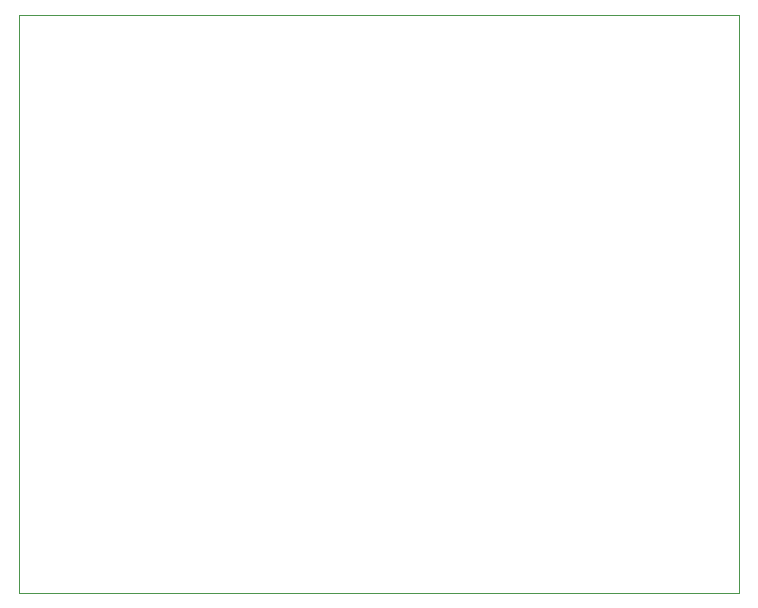
<source format=gbr>
%TF.GenerationSoftware,KiCad,Pcbnew,8.0.2*%
%TF.CreationDate,2024-07-08T11:13:32+02:00*%
%TF.ProjectId,TSAC_Voltage_Sensor,54534143-5f56-46f6-9c74-6167655f5365,rev?*%
%TF.SameCoordinates,Original*%
%TF.FileFunction,Profile,NP*%
%FSLAX46Y46*%
G04 Gerber Fmt 4.6, Leading zero omitted, Abs format (unit mm)*
G04 Created by KiCad (PCBNEW 8.0.2) date 2024-07-08 11:13:32*
%MOMM*%
%LPD*%
G01*
G04 APERTURE LIST*
%TA.AperFunction,Profile*%
%ADD10C,0.100000*%
%TD*%
G04 APERTURE END LIST*
D10*
X76000000Y-56500000D02*
X137000000Y-56500000D01*
X137000000Y-105460000D01*
X76000000Y-105460000D01*
X76000000Y-56500000D01*
M02*

</source>
